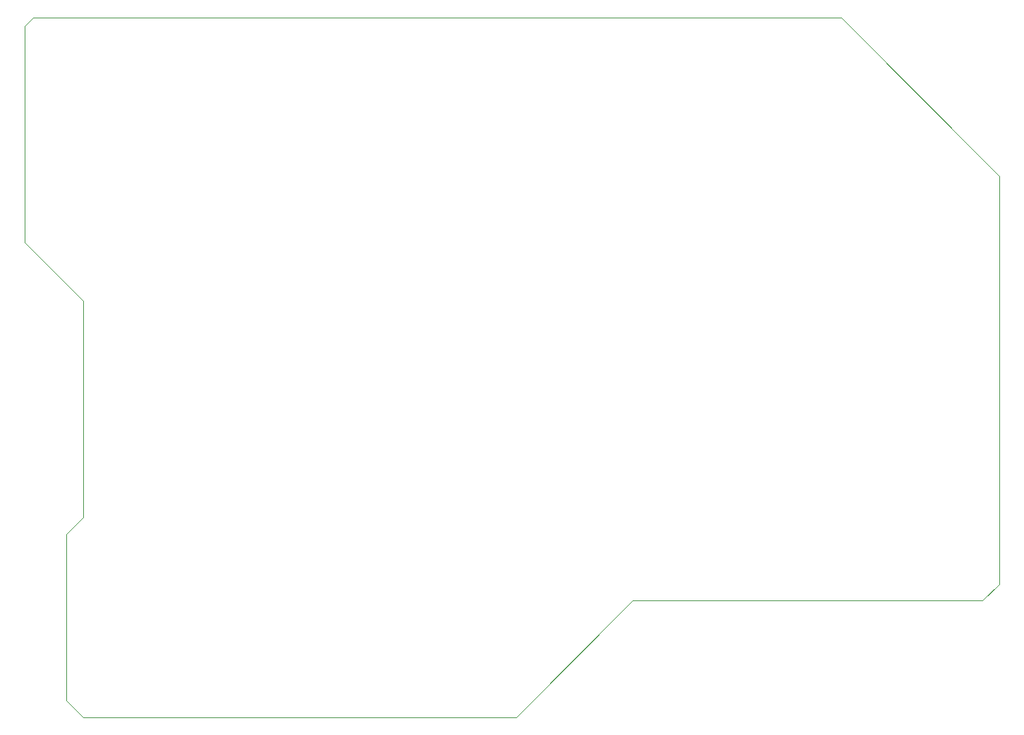
<source format=gbr>
%TF.GenerationSoftware,KiCad,Pcbnew,(7.0.0)*%
%TF.CreationDate,2023-09-04T00:10:11+01:00*%
%TF.ProjectId,Razer36_V2,52617a65-7233-4365-9f56-322e6b696361,rev?*%
%TF.SameCoordinates,Original*%
%TF.FileFunction,Profile,NP*%
%FSLAX46Y46*%
G04 Gerber Fmt 4.6, Leading zero omitted, Abs format (unit mm)*
G04 Created by KiCad (PCBNEW (7.0.0)) date 2023-09-04 00:10:11*
%MOMM*%
%LPD*%
G01*
G04 APERTURE LIST*
%TA.AperFunction,Profile*%
%ADD10C,0.100000*%
%TD*%
G04 APERTURE END LIST*
D10*
X67000000Y-78000000D02*
X164000000Y-78000000D01*
X181000000Y-148000000D02*
X139000000Y-148000000D01*
X66000000Y-79000000D02*
X67000000Y-78000000D01*
X66000000Y-105000000D02*
X66000000Y-79000000D01*
X66000000Y-105000000D02*
X73000000Y-112000000D01*
X183000000Y-97000000D02*
X164000000Y-78000000D01*
X183000000Y-97000000D02*
X183000000Y-146000000D01*
X71000000Y-140000000D02*
X73000000Y-138000000D01*
X125000000Y-162000000D02*
X73000000Y-162000000D01*
X181000000Y-148000000D02*
X183000000Y-146000000D01*
X73000000Y-138000000D02*
X73000000Y-112000000D01*
X73000000Y-162000000D02*
X71000000Y-160000000D01*
X125000000Y-162000000D02*
X139000000Y-148000000D01*
X71000000Y-140000000D02*
X71000000Y-160000000D01*
M02*

</source>
